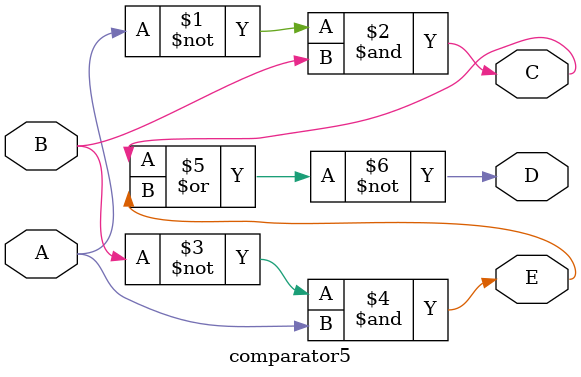
<source format=v>
module comparator5 (A,B,C,D,E);
    input A,B;
    output C,D,E;

and g1 (C,~A,B); // A<B
and g2 (E,~B,A); // A>B
nor g3 (D,C,E); // A=B

endmodule
</source>
